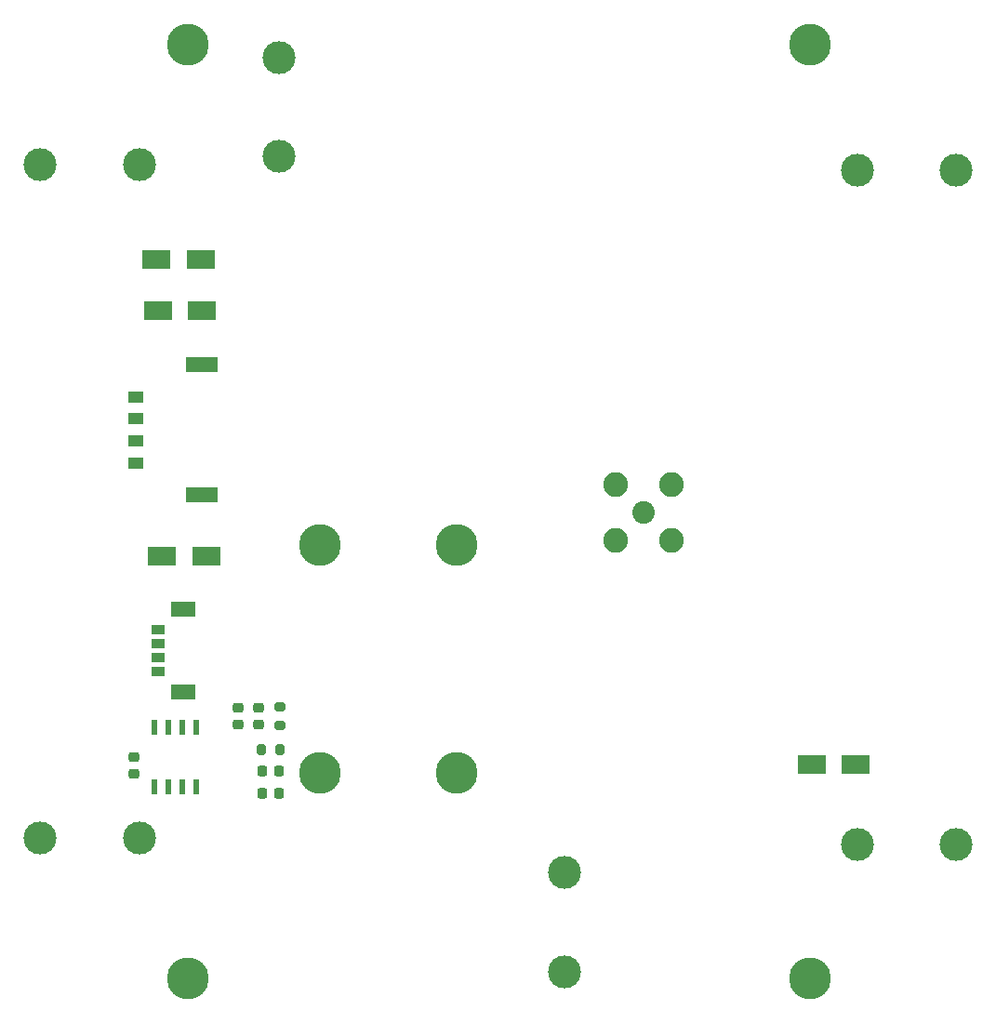
<source format=gbs>
%TF.GenerationSoftware,KiCad,Pcbnew,9.0.1*%
%TF.CreationDate,2025-04-07T03:16:16-07:00*%
%TF.ProjectId,ZPlus_Panel,5a506c75-735f-4506-916e-656c2e6b6963,2.4*%
%TF.SameCoordinates,Original*%
%TF.FileFunction,Soldermask,Bot*%
%TF.FilePolarity,Negative*%
%FSLAX46Y46*%
G04 Gerber Fmt 4.6, Leading zero omitted, Abs format (unit mm)*
G04 Created by KiCad (PCBNEW 9.0.1) date 2025-04-07 03:16:16*
%MOMM*%
%LPD*%
G01*
G04 APERTURE LIST*
G04 Aperture macros list*
%AMRoundRect*
0 Rectangle with rounded corners*
0 $1 Rounding radius*
0 $2 $3 $4 $5 $6 $7 $8 $9 X,Y pos of 4 corners*
0 Add a 4 corners polygon primitive as box body*
4,1,4,$2,$3,$4,$5,$6,$7,$8,$9,$2,$3,0*
0 Add four circle primitives for the rounded corners*
1,1,$1+$1,$2,$3*
1,1,$1+$1,$4,$5*
1,1,$1+$1,$6,$7*
1,1,$1+$1,$8,$9*
0 Add four rect primitives between the rounded corners*
20,1,$1+$1,$2,$3,$4,$5,0*
20,1,$1+$1,$4,$5,$6,$7,0*
20,1,$1+$1,$6,$7,$8,$9,0*
20,1,$1+$1,$8,$9,$2,$3,0*%
G04 Aperture macros list end*
%ADD10C,3.000000*%
%ADD11C,2.600000*%
%ADD12C,3.800000*%
%ADD13R,2.500000X1.700000*%
%ADD14RoundRect,0.225000X-0.250000X0.225000X-0.250000X-0.225000X0.250000X-0.225000X0.250000X0.225000X0*%
%ADD15R,0.533400X1.460500*%
%ADD16RoundRect,0.225000X0.225000X0.250000X-0.225000X0.250000X-0.225000X-0.250000X0.225000X-0.250000X0*%
%ADD17RoundRect,0.225000X0.250000X-0.225000X0.250000X0.225000X-0.250000X0.225000X-0.250000X-0.225000X0*%
%ADD18RoundRect,0.200000X0.200000X0.275000X-0.200000X0.275000X-0.200000X-0.275000X0.200000X-0.275000X0*%
%ADD19R,1.295400X0.838200*%
%ADD20R,2.260600X1.397000*%
%ADD21R,1.450000X1.100000*%
%ADD22R,2.899999X1.350000*%
%ADD23RoundRect,0.200000X-0.275000X0.200000X-0.275000X-0.200000X0.275000X-0.200000X0.275000X0.200000X0*%
%ADD24C,2.050000*%
%ADD25C,2.250000*%
G04 APERTURE END LIST*
D10*
%TO.C,SC2*%
X106738000Y-56893200D03*
X115738000Y-56893200D03*
%TD*%
D11*
%TO.C,H2*%
X120163000Y-46000000D03*
D12*
X120163000Y-46000000D03*
%TD*%
D10*
%TO.C,SC4*%
X154438000Y-121350000D03*
X154438000Y-130350000D03*
%TD*%
D11*
%TO.C,H4*%
X132163000Y-112293200D03*
D12*
X132163000Y-112293200D03*
%TD*%
D11*
%TO.C,H8*%
X144663000Y-112293200D03*
D12*
X144663000Y-112293200D03*
%TD*%
D11*
%TO.C,H7*%
X144663000Y-91493200D03*
D12*
X144663000Y-91493200D03*
%TD*%
D11*
%TO.C,H5*%
X176837000Y-46000000D03*
D12*
X176837000Y-46000000D03*
%TD*%
D10*
%TO.C,SC1*%
X128463000Y-56118200D03*
X128463000Y-47118200D03*
%TD*%
%TO.C,SC6*%
X181138000Y-57393200D03*
X190138000Y-57393200D03*
%TD*%
%TO.C,SC3*%
X115738000Y-118193200D03*
X106738000Y-118193200D03*
%TD*%
D11*
%TO.C,H6*%
X176837000Y-131000000D03*
D12*
X176837000Y-131000000D03*
%TD*%
D10*
%TO.C,SC5*%
X190138000Y-118793200D03*
X181138000Y-118793200D03*
%TD*%
D11*
%TO.C,H1*%
X120163000Y-131000000D03*
D12*
X120163000Y-131000000D03*
%TD*%
D11*
%TO.C,H3*%
X132163000Y-91493200D03*
D12*
X132163000Y-91493200D03*
%TD*%
D13*
%TO.C,D2*%
X121338000Y-65543200D03*
X117338000Y-65543200D03*
%TD*%
D14*
%TO.C,C1*%
X124713000Y-106318200D03*
X124713000Y-107868200D03*
%TD*%
D15*
%TO.C,U1*%
X117133000Y-108119050D03*
X118403000Y-108119050D03*
X119673000Y-108119050D03*
X120943000Y-108119050D03*
X120943000Y-113567350D03*
X119673000Y-113567350D03*
X118403000Y-113567350D03*
X117133000Y-113567350D03*
%TD*%
D13*
%TO.C,D3*%
X121838000Y-92518200D03*
X117838000Y-92518200D03*
%TD*%
D16*
%TO.C,C3*%
X128488000Y-114155700D03*
X126938000Y-114155700D03*
%TD*%
D17*
%TO.C,C5*%
X115288000Y-112368200D03*
X115288000Y-110818200D03*
%TD*%
D18*
%TO.C,R2*%
X128538000Y-110105700D03*
X126888000Y-110105700D03*
%TD*%
D19*
%TO.C,J2*%
X117438000Y-99243200D03*
X117438000Y-100493200D03*
X117438000Y-101743200D03*
X117438000Y-102993200D03*
D20*
X119732890Y-104893201D03*
X119732890Y-97343199D03*
%TD*%
D13*
%TO.C,D1*%
X121438000Y-70143200D03*
X117438000Y-70143200D03*
%TD*%
D16*
%TO.C,C4*%
X128488000Y-112130700D03*
X126938000Y-112130700D03*
%TD*%
D14*
%TO.C,C2*%
X126638000Y-106318200D03*
X126638000Y-107868200D03*
%TD*%
D13*
%TO.C,D5*%
X180963000Y-111493200D03*
X176963000Y-111493200D03*
%TD*%
D21*
%TO.C,J4*%
X115438001Y-78028550D03*
X115438001Y-80028551D03*
X115438001Y-82028550D03*
X115438001Y-84028551D03*
D22*
X121413000Y-86923549D03*
X121413000Y-75133552D03*
%TD*%
D23*
%TO.C,R1*%
X128538000Y-106268200D03*
X128538000Y-107918200D03*
%TD*%
D24*
%TO.C,J1*%
X161638000Y-88593200D03*
D25*
X159098000Y-91133200D03*
X164178000Y-91133200D03*
X159098000Y-86053200D03*
X164178000Y-86053200D03*
%TD*%
M02*

</source>
